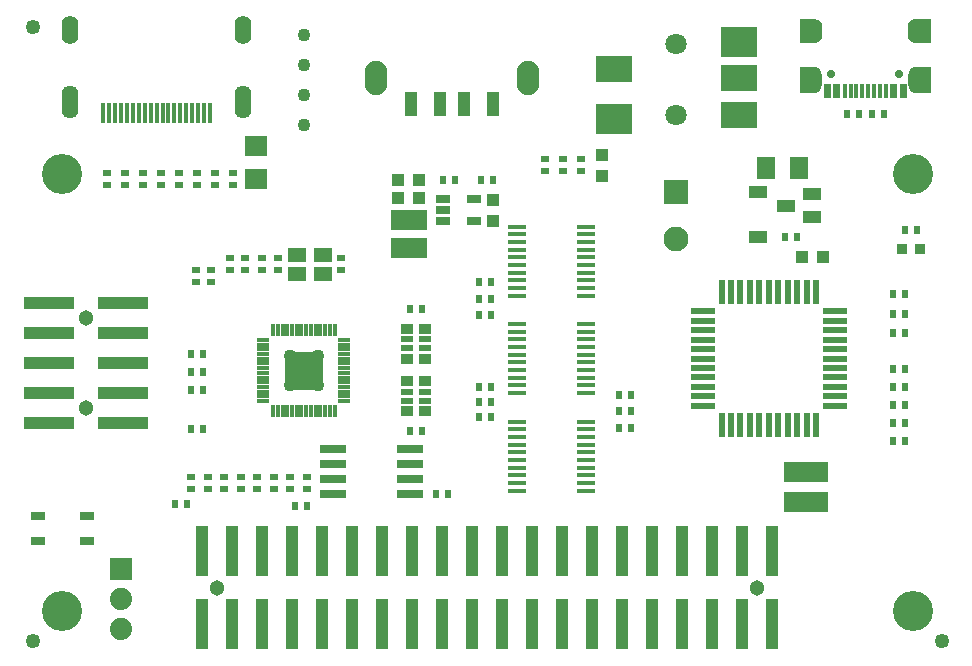
<source format=gbr>
G04 #@! TF.GenerationSoftware,KiCad,Pcbnew,5.1.4-e60b266~84~ubuntu18.04.1*
G04 #@! TF.CreationDate,2023-05-24T16:15:14+03:00*
G04 #@! TF.ProjectId,Neo6502_Rev_A,4e656f36-3530-4325-9f52-65765f412e6b,A*
G04 #@! TF.SameCoordinates,Original*
G04 #@! TF.FileFunction,Soldermask,Top*
G04 #@! TF.FilePolarity,Negative*
%FSLAX46Y46*%
G04 Gerber Fmt 4.6, Leading zero omitted, Abs format (unit mm)*
G04 Created by KiCad (PCBNEW 5.1.4-e60b266~84~ubuntu18.04.1) date 2023-05-24 16:15:14*
%MOMM*%
%LPD*%
G04 APERTURE LIST*
%ADD10O,1.401600X2.401600*%
%ADD11R,0.351600X1.701600*%
%ADD12O,1.401600X2.801600*%
%ADD13R,1.101600X2.101600*%
%ADD14O,1.901600X2.901600*%
%ADD15C,1.301600*%
%ADD16R,1.101600X4.351600*%
%ADD17R,4.351600X1.101600*%
%ADD18R,3.784600X1.752600*%
%ADD19C,1.801600*%
%ADD20R,3.101599X2.201600*%
%ADD21R,3.101599X2.601600*%
%ADD22R,0.601600X0.651600*%
%ADD23C,1.254000*%
%ADD24C,3.401601*%
%ADD25R,0.901600X0.901600*%
%ADD26R,0.651600X0.601600*%
%ADD27R,1.117600X1.117600*%
%ADD28R,1.501600X1.101600*%
%ADD29R,1.151600X0.751600*%
%ADD30C,1.101600*%
%ADD31R,1.901600X1.701600*%
%ADD32R,3.101600X1.701600*%
%ADD33R,1.501600X1.301600*%
%ADD34R,1.117600X0.863600*%
%ADD35R,1.117600X0.609600*%
%ADD36R,1.879600X1.879600*%
%ADD37C,1.879600*%
%ADD38R,2.301600X0.701600*%
%ADD39R,3.301600X3.301600*%
%ADD40C,1.901600*%
%ADD41R,0.976600X0.301600*%
%ADD42R,0.301600X0.976600*%
%ADD43R,1.301600X0.651600*%
%ADD44R,2.101600X0.501600*%
%ADD45R,0.501600X2.101600*%
%ADD46R,1.501600X0.451600*%
%ADD47R,2.101600X2.101600*%
%ADD48C,2.101600*%
%ADD49R,1.625600X1.879600*%
%ADD50R,0.401600X1.251600*%
%ADD51O,1.301600X2.301600*%
%ADD52C,0.701600*%
%ADD53O,1.401600X2.101600*%
%ADD54R,0.351600X1.251600*%
%ADD55R,1.201600X2.301600*%
%ADD56R,1.201600X2.101600*%
G04 APERTURE END LIST*
D10*
X119300000Y-66800000D03*
D11*
X116500000Y-73800000D03*
X116000000Y-73800000D03*
X115500000Y-73800000D03*
X115000000Y-73800000D03*
X114500000Y-73800000D03*
X114000000Y-73800000D03*
X113500000Y-73800000D03*
X113000000Y-73800000D03*
X112500000Y-73800000D03*
X112000000Y-73800000D03*
X111500000Y-73800000D03*
X111000000Y-73800000D03*
X110500000Y-73800000D03*
X110000000Y-73800000D03*
X109500000Y-73800000D03*
X109000000Y-73800000D03*
X108500000Y-73800000D03*
X108000000Y-73800000D03*
X107500000Y-73800000D03*
D10*
X104700000Y-66800000D03*
D12*
X104700000Y-72850000D03*
X119300000Y-72850000D03*
D13*
X133500000Y-73050000D03*
X136000000Y-73050000D03*
X138000000Y-73050000D03*
X140500000Y-73050000D03*
D14*
X130600000Y-70850000D03*
X143400000Y-70850000D03*
D15*
X117140000Y-114000000D03*
X162860000Y-114000000D03*
D16*
X115870000Y-117125000D03*
X115870000Y-110875000D03*
X118410000Y-117125000D03*
X118410000Y-110875000D03*
X120950000Y-117125000D03*
X120950000Y-110875000D03*
X123490000Y-117125000D03*
X123490000Y-110875000D03*
X126030000Y-117125000D03*
X126030000Y-110875000D03*
X128570000Y-117125000D03*
X128570000Y-110875000D03*
X131110000Y-117125000D03*
X131110000Y-110875000D03*
X133650000Y-117125000D03*
X133650000Y-110875000D03*
X136190000Y-117125000D03*
X136190000Y-110875000D03*
X138730000Y-117125000D03*
X138730000Y-110875000D03*
X141270000Y-117125000D03*
X141270000Y-110875000D03*
X143810000Y-117125000D03*
X143810000Y-110875000D03*
X146350000Y-117125000D03*
X146350000Y-110875000D03*
X148890000Y-117125000D03*
X148890000Y-110875000D03*
X151430000Y-117125000D03*
X151430000Y-110875000D03*
X153970000Y-117125000D03*
X153970000Y-110875000D03*
X156510000Y-117125000D03*
X156510000Y-110875000D03*
X159050000Y-117125000D03*
X159050000Y-110875000D03*
X161590000Y-117125000D03*
X161590000Y-110875000D03*
X164130000Y-117125000D03*
X164130000Y-110875000D03*
D15*
X106000000Y-98810000D03*
D17*
X102875000Y-89920000D03*
X109125000Y-89920000D03*
X102875000Y-92460000D03*
X109125000Y-92460000D03*
X102875000Y-95000000D03*
X109125000Y-95000000D03*
X102875000Y-97540000D03*
X109125000Y-97540000D03*
X102875000Y-100080000D03*
X109125000Y-100080000D03*
D15*
X106000000Y-91190000D03*
D18*
X167000000Y-104230000D03*
X167000000Y-106770000D03*
D19*
X156000000Y-74000000D03*
X156000000Y-68000000D03*
D20*
X161300000Y-70900000D03*
X150700000Y-70100000D03*
X161300000Y-74000000D03*
D21*
X150700000Y-74300000D03*
X161300000Y-67800000D03*
D22*
X174371000Y-101600000D03*
X175387000Y-101600000D03*
D23*
X101500000Y-118500000D03*
X101500000Y-66500000D03*
X178500000Y-118500000D03*
D24*
X104000000Y-116000000D03*
X176000000Y-116000000D03*
X176000000Y-79000000D03*
X104000000Y-79000000D03*
D25*
X176632000Y-85330000D03*
X175108000Y-85330000D03*
D22*
X175387000Y-83740000D03*
X176403000Y-83740000D03*
X114935000Y-97282000D03*
X115951000Y-97282000D03*
X139319000Y-88138000D03*
X140335000Y-88138000D03*
X114935000Y-95758000D03*
X115951000Y-95758000D03*
X165227000Y-84328000D03*
X166243000Y-84328000D03*
D26*
X146431000Y-77724000D03*
X146431000Y-78740000D03*
X144907000Y-77724000D03*
X144907000Y-78740000D03*
D27*
X168402000Y-85979000D03*
X166624000Y-85979000D03*
X149733000Y-77343000D03*
X149733000Y-79121000D03*
D26*
X147955000Y-77724000D03*
X147955000Y-78740000D03*
D28*
X162931000Y-84347002D03*
X162931000Y-80547002D03*
X167477440Y-82610960D03*
X167477440Y-80708500D03*
X165267640Y-81663540D03*
D29*
X106075000Y-110075000D03*
X101925000Y-110075000D03*
X106075000Y-107925000D03*
X101925000Y-107925000D03*
D22*
X124714000Y-107061000D03*
X123698000Y-107061000D03*
D26*
X116586000Y-87122000D03*
X116586000Y-88138000D03*
D22*
X134493000Y-100711000D03*
X133477000Y-100711000D03*
X133477000Y-90424000D03*
X134493000Y-90424000D03*
D26*
X119507000Y-87122000D03*
X119507000Y-86106000D03*
D22*
X114935000Y-94234000D03*
X115951000Y-94234000D03*
X115951000Y-100584000D03*
X114935000Y-100584000D03*
D26*
X123317000Y-104648000D03*
X123317000Y-105664000D03*
X121920000Y-105664000D03*
X121920000Y-104648000D03*
X114935000Y-105664000D03*
X114935000Y-104648000D03*
X116332000Y-105664000D03*
X116332000Y-104648000D03*
X117729000Y-104648000D03*
X117729000Y-105664000D03*
X118237000Y-87122000D03*
X118237000Y-86106000D03*
X124714000Y-105664000D03*
X124714000Y-104648000D03*
X127635000Y-86106000D03*
X127635000Y-87122000D03*
X122301000Y-86106000D03*
X122301000Y-87122000D03*
D27*
X140462000Y-82931000D03*
X140462000Y-81153000D03*
D22*
X174371000Y-95504001D03*
X175387000Y-95504001D03*
D27*
X132461001Y-81026000D03*
X134239001Y-81026000D03*
X134239000Y-79502000D03*
X132461000Y-79502000D03*
D22*
X152146000Y-97663000D03*
X151130000Y-97663000D03*
X151130000Y-99060000D03*
X152146000Y-99060000D03*
X139319000Y-89535000D03*
X140335000Y-89535000D03*
X140335000Y-90932000D03*
X139319000Y-90932000D03*
X139319000Y-98298000D03*
X140335000Y-98298000D03*
X139319000Y-99568000D03*
X140335000Y-99568000D03*
D30*
X124460000Y-67230000D03*
D31*
X120396000Y-79378000D03*
X120396000Y-76578000D03*
D32*
X133350000Y-85274000D03*
X133350000Y-82874000D03*
D33*
X126068000Y-85814000D03*
X123868000Y-87414000D03*
X123868000Y-85814000D03*
X126068000Y-87414000D03*
D22*
X136652000Y-106045000D03*
X135636000Y-106045000D03*
D26*
X115316000Y-88138000D03*
X115316000Y-87122000D03*
X120904000Y-87122000D03*
X120904000Y-86106000D03*
X119126000Y-104648000D03*
X119126000Y-105664000D03*
X120523000Y-105664000D03*
X120523000Y-104648000D03*
D22*
X113538000Y-106934000D03*
X114554000Y-106934000D03*
X171450000Y-73914000D03*
X170434000Y-73914000D03*
X173609000Y-73914000D03*
X172593000Y-73914000D03*
X175387000Y-97028000D03*
X174371000Y-97028000D03*
X136271000Y-79502000D03*
X137287000Y-79502000D03*
X139446000Y-79502000D03*
X140462000Y-79502000D03*
X174371000Y-92456000D03*
X175387000Y-92456000D03*
X175387000Y-90805000D03*
X174371000Y-90805000D03*
X174371000Y-89154000D03*
X175387000Y-89154000D03*
X175387000Y-100076000D03*
X174371000Y-100076000D03*
X174371000Y-98552000D03*
X175387000Y-98552000D03*
D26*
X107823000Y-79883000D03*
X107823000Y-78867000D03*
X109347000Y-78867000D03*
X109347000Y-79883000D03*
X110871000Y-79883000D03*
X110871000Y-78867000D03*
X112395000Y-78867000D03*
X112395000Y-79883000D03*
X113919000Y-79883000D03*
X113919000Y-78867000D03*
X115443000Y-78867000D03*
X115443000Y-79883000D03*
X116967000Y-79883000D03*
X116967000Y-78867000D03*
X118491000Y-78867000D03*
X118491000Y-79883000D03*
D22*
X139319000Y-97028000D03*
X140335000Y-97028000D03*
X152146000Y-100457000D03*
X151130000Y-100457000D03*
D34*
X134747000Y-96520000D03*
X133223000Y-96520000D03*
X134747000Y-99060000D03*
X133223000Y-99060000D03*
D35*
X134747000Y-97409000D03*
X134747000Y-98171000D03*
X133223000Y-97409000D03*
X133223000Y-98171000D03*
X133223000Y-93726000D03*
X133223000Y-92964000D03*
X134747000Y-93726000D03*
X134747000Y-92964000D03*
D34*
X133223000Y-94615000D03*
X134747000Y-94615000D03*
X133223000Y-92075000D03*
X134747000Y-92075000D03*
D36*
X109000000Y-112460000D03*
D37*
X109000000Y-115000000D03*
X109000000Y-117540000D03*
D38*
X133410000Y-106045000D03*
X133410000Y-104775000D03*
X133410000Y-103505000D03*
X133410000Y-102235000D03*
X126940000Y-102235000D03*
X126940000Y-103505000D03*
X126940000Y-104775000D03*
X126940000Y-106045000D03*
D39*
X124460000Y-95626000D03*
D30*
X125660000Y-96826000D03*
X123260000Y-96826000D03*
D40*
X124460000Y-95626000D03*
D30*
X125660000Y-94356000D03*
X123260000Y-94426000D03*
D41*
X127897500Y-98226000D03*
X127897500Y-97826000D03*
X127897500Y-97426000D03*
X127897500Y-97026000D03*
X127897500Y-96626000D03*
X127897500Y-96226000D03*
X127897500Y-95826000D03*
X127897500Y-95426000D03*
X127897500Y-95026000D03*
X127897500Y-94626000D03*
X127897500Y-94226000D03*
X127897500Y-93826000D03*
X127897500Y-93426000D03*
X127897500Y-93026000D03*
D42*
X127060000Y-92188500D03*
X126660000Y-92188500D03*
X126260000Y-92188500D03*
X125860000Y-92188500D03*
X125460000Y-92188500D03*
X125060000Y-92188500D03*
X124660000Y-92188500D03*
X124260000Y-92188500D03*
X123860000Y-92188500D03*
X123460000Y-92188500D03*
X123060000Y-92188500D03*
X122660000Y-92188500D03*
X122260000Y-92188500D03*
X121860000Y-92188500D03*
D41*
X121022500Y-93026000D03*
X121022500Y-93426000D03*
X121022500Y-93826000D03*
X121022500Y-94226000D03*
X121022500Y-94626000D03*
X121022500Y-95026000D03*
X121022500Y-95426000D03*
X121022500Y-95826000D03*
X121022500Y-96226000D03*
X121022500Y-96626000D03*
X121022500Y-97026000D03*
X121022500Y-97426000D03*
X121022500Y-97826000D03*
X121022500Y-98226000D03*
D42*
X121860000Y-99063500D03*
X122260000Y-99063500D03*
X122660000Y-99063500D03*
X123060000Y-99063500D03*
X123460000Y-99063500D03*
X123860000Y-99063500D03*
X124260000Y-99063500D03*
X124660000Y-99063500D03*
X125060000Y-99063500D03*
X125460000Y-99063500D03*
X125860000Y-99063500D03*
X126260000Y-99063500D03*
X126660000Y-99063500D03*
X127060000Y-99063500D03*
D43*
X138841000Y-82992000D03*
X138841000Y-81092000D03*
X136241000Y-82992000D03*
X136241000Y-82042000D03*
X136241000Y-81092000D03*
D44*
X169430000Y-90615000D03*
X169430000Y-91415000D03*
X169430000Y-92215000D03*
X169430000Y-93015000D03*
X169430000Y-93815000D03*
X169430000Y-94615000D03*
X169430000Y-95415000D03*
X169430000Y-96215000D03*
X169430000Y-97015000D03*
X169430000Y-97815000D03*
X169430000Y-98615000D03*
D45*
X167830000Y-100215000D03*
X167030000Y-100215000D03*
X166230000Y-100215000D03*
X165430000Y-100215000D03*
X164630000Y-100215000D03*
X163830000Y-100215000D03*
X163030000Y-100215000D03*
X162230000Y-100215000D03*
X161430000Y-100215000D03*
X160630000Y-100215000D03*
X159830000Y-100215000D03*
D44*
X158230000Y-98615000D03*
X158230000Y-97815000D03*
X158230000Y-97015000D03*
X158230000Y-96215000D03*
X158230000Y-95415000D03*
X158230000Y-94615000D03*
X158230000Y-93815000D03*
X158230000Y-93015000D03*
X158230000Y-92215000D03*
X158230000Y-91415000D03*
X158230000Y-90615000D03*
D45*
X159830000Y-89015000D03*
X160630000Y-89015000D03*
X161430000Y-89015000D03*
X162230000Y-89015000D03*
X163030000Y-89015000D03*
X163830000Y-89015000D03*
X164630000Y-89015000D03*
X165430000Y-89015000D03*
X166230000Y-89015000D03*
X167030000Y-89015000D03*
X167830000Y-89015000D03*
D46*
X148315000Y-83435000D03*
X148315000Y-84085000D03*
X148315000Y-84735000D03*
X148315000Y-85385000D03*
X148315000Y-86035000D03*
X148315000Y-86685000D03*
X148315000Y-87335000D03*
X148315000Y-87985000D03*
X148315000Y-88635000D03*
X148315000Y-89285000D03*
X142515000Y-89285000D03*
X142515000Y-88635000D03*
X142515000Y-87985000D03*
X142515000Y-87335000D03*
X142515000Y-86685000D03*
X142515000Y-86035000D03*
X142515000Y-85385000D03*
X142515000Y-84735000D03*
X142515000Y-84085000D03*
X142515000Y-83435000D03*
X148315000Y-91690000D03*
X148315000Y-92340000D03*
X148315000Y-92990000D03*
X148315000Y-93640000D03*
X148315000Y-94290000D03*
X148315000Y-94940000D03*
X148315000Y-95590000D03*
X148315000Y-96240000D03*
X148315000Y-96890000D03*
X148315000Y-97540000D03*
X142515000Y-97540000D03*
X142515000Y-96890000D03*
X142515000Y-96240000D03*
X142515000Y-95590000D03*
X142515000Y-94940000D03*
X142515000Y-94290000D03*
X142515000Y-93640000D03*
X142515000Y-92990000D03*
X142515000Y-92340000D03*
X142515000Y-91690000D03*
X148315000Y-105795000D03*
X148315000Y-105145000D03*
X148315000Y-104495000D03*
X148315000Y-103845000D03*
X148315000Y-103195000D03*
X148315000Y-102545000D03*
X148315000Y-101895000D03*
X148315000Y-101245000D03*
X148315000Y-100595000D03*
X148315000Y-99945000D03*
X142515000Y-99945000D03*
X142515000Y-100595000D03*
X142515000Y-101245000D03*
X142515000Y-101895000D03*
X142515000Y-102545000D03*
X142515000Y-103195000D03*
X142515000Y-103845000D03*
X142515000Y-104495000D03*
X142515000Y-105145000D03*
X142515000Y-105795000D03*
D30*
X124460000Y-74850000D03*
X124460000Y-69770000D03*
X124460000Y-72310000D03*
D47*
X156000000Y-80500000D03*
D48*
X156000000Y-84500000D03*
D49*
X163576000Y-78486000D03*
X166370000Y-78486000D03*
D50*
X168675000Y-71932000D03*
X175325000Y-71932000D03*
X168925000Y-71932000D03*
X175075000Y-71932000D03*
X169475000Y-71932000D03*
X174525000Y-71932000D03*
X169725000Y-71932000D03*
X174275000Y-71932000D03*
D51*
X176320000Y-71030000D03*
D52*
X174890000Y-70530000D03*
D53*
X176320000Y-66850000D03*
X167680000Y-66850000D03*
D51*
X167680000Y-71030000D03*
D54*
X172250000Y-71932000D03*
X171250000Y-71932000D03*
X170750000Y-71932000D03*
X171750000Y-71932000D03*
X170250000Y-71932000D03*
X172750000Y-71932000D03*
X173250000Y-71932000D03*
X173750000Y-71932000D03*
D52*
X169110000Y-70530000D03*
D55*
X176927600Y-71030000D03*
D56*
X176927600Y-66850000D03*
D55*
X167072400Y-71030000D03*
D56*
X167072400Y-66850000D03*
M02*

</source>
